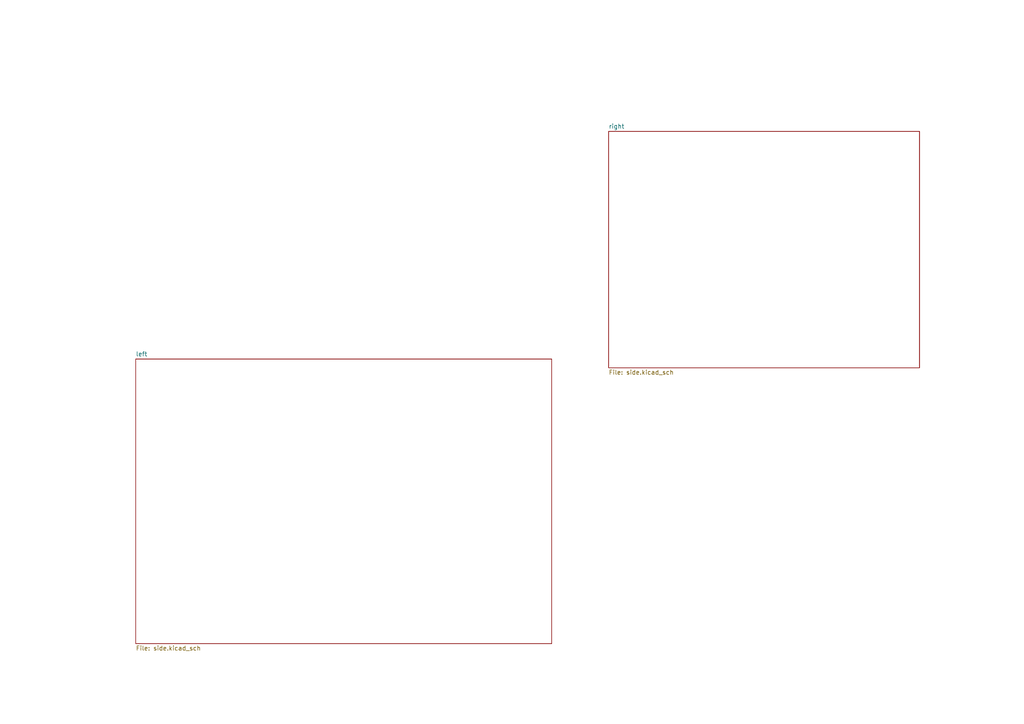
<source format=kicad_sch>
(kicad_sch
	(version 20250114)
	(generator "eeschema")
	(generator_version "9.0")
	(uuid "ae3b6526-e4df-4a2d-b299-c7e6cebe54bc")
	(paper "A4")
	(lib_symbols)
	(sheet
		(at 176.53 38.1)
		(size 90.17 68.58)
		(exclude_from_sim no)
		(in_bom yes)
		(on_board yes)
		(dnp no)
		(fields_autoplaced yes)
		(stroke
			(width 0.1524)
			(type solid)
		)
		(fill
			(color 0 0 0 0.0000)
		)
		(uuid "588ded55-52a0-4bc9-9652-ad33aec8c8b6")
		(property "Sheetname" "right"
			(at 176.53 37.3884 0)
			(effects
				(font
					(size 1.27 1.27)
				)
				(justify left bottom)
			)
		)
		(property "Sheetfile" "side.kicad_sch"
			(at 176.53 107.2646 0)
			(effects
				(font
					(size 1.27 1.27)
				)
				(justify left top)
			)
		)
		(instances
			(project "keeb"
				(path "/ae3b6526-e4df-4a2d-b299-c7e6cebe54bc"
					(page "3")
				)
			)
		)
	)
	(sheet
		(at 39.37 104.14)
		(size 120.65 82.55)
		(exclude_from_sim no)
		(in_bom yes)
		(on_board yes)
		(dnp no)
		(fields_autoplaced yes)
		(stroke
			(width 0.1524)
			(type solid)
		)
		(fill
			(color 0 0 0 0.0000)
		)
		(uuid "c5847497-dad8-47f0-9650-0b259deda23a")
		(property "Sheetname" "left"
			(at 39.37 103.4284 0)
			(effects
				(font
					(size 1.27 1.27)
				)
				(justify left bottom)
			)
		)
		(property "Sheetfile" "side.kicad_sch"
			(at 39.37 187.2746 0)
			(effects
				(font
					(size 1.27 1.27)
				)
				(justify left top)
			)
		)
		(instances
			(project "keeb"
				(path "/ae3b6526-e4df-4a2d-b299-c7e6cebe54bc"
					(page "2")
				)
			)
		)
	)
	(sheet_instances
		(path "/"
			(page "1")
		)
	)
	(embedded_fonts no)
)

</source>
